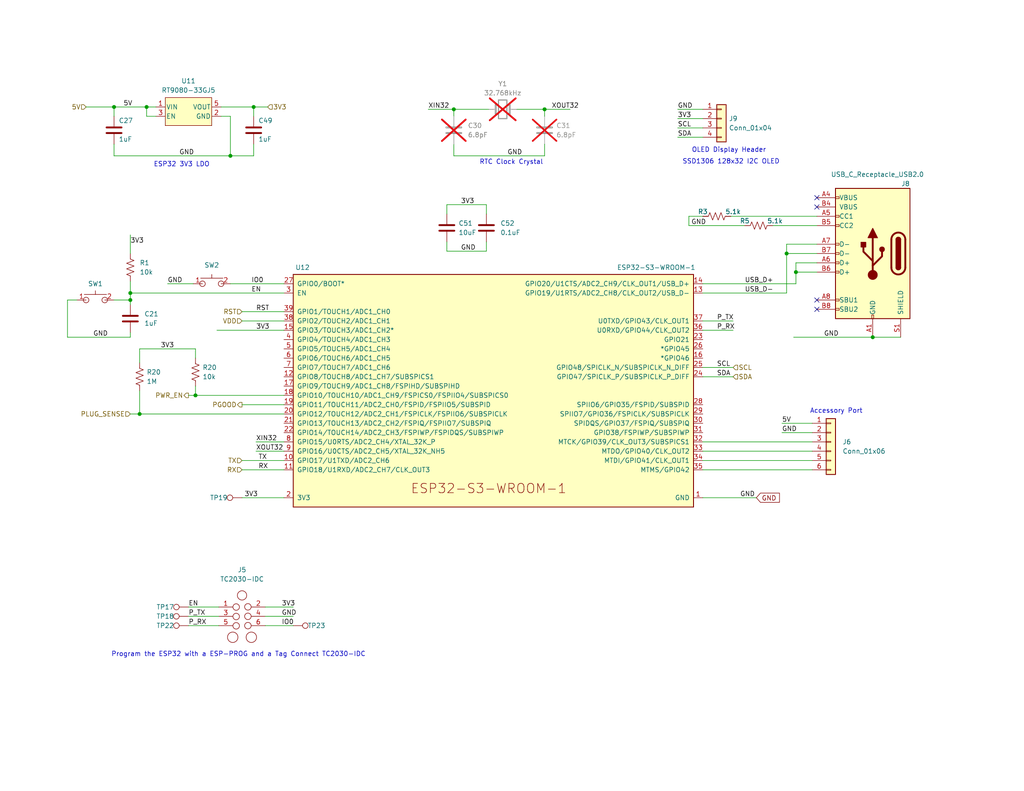
<source format=kicad_sch>
(kicad_sch (version 20231120) (generator "eeschema") (generator_version "8.0")
  (paper "A")
  (title_block (title "Bitaxe Ultra") (date "2023-12-15") (rev "205"))
  (lib_symbols
    (symbol "Connector:TestPoint" (pin_numbers hide) (pin_names (offset 0.762) hide)
      (property "Reference" "TP" (at 0 6.858 0))
      (property "Value" "TestPoint" (at 0 5.08 0))
      (symbol "TestPoint_0_1"
        (circle (center 0 3.302) (radius 0.762))
      )
      (symbol "TestPoint_1_1"
        (pin passive line (at 0 0 90) (length 2.54) (name "1") (number "1"))
      )
    )
    (symbol "Connector_Generic:Conn_01x04" (pin_names (offset 1.016) hide)
      (property "Reference" "J" (at 0 5.08 0))
      (property "Value" "Conn_01x04" (at 0 -7.62 0))
      (symbol "Conn_01x04_1_1"
        (rectangle (start -1.27 -4.953) (end 0 -5.207) (stroke (width 0.1524)))
        (rectangle (start -1.27 -2.413) (end 0 -2.667) (stroke (width 0.1524)))
        (rectangle (start -1.27 0.127) (end 0 -0.127) (stroke (width 0.1524)))
        (rectangle (start -1.27 2.667) (end 0 2.413) (stroke (width 0.1524)))
        (rectangle (start -1.27 3.81) (end 1.27 -6.35) (stroke (width 0.254)) (fill (type background)))
        (pin passive line (at -5.08 2.54 0) (length 3.81) (name "Pin_1") (number "1"))
        (pin passive line (at -5.08 0 0) (length 3.81) (name "Pin_2") (number "2"))
        (pin passive line (at -5.08 -2.54 0) (length 3.81) (name "Pin_3") (number "3"))
        (pin passive line (at -5.08 -5.08 0) (length 3.81) (name "Pin_4") (number "4"))
      )
    )
    (symbol "Connector_Generic:Conn_01x06" (pin_names (offset 1.016) hide)
      (property "Reference" "J" (at 0 7.62 0))
      (property "Value" "Conn_01x06" (at 0 -10.16 0))
      (symbol "Conn_01x06_1_1"
        (rectangle (start -1.27 -7.493) (end 0 -7.747) (stroke (width 0.1524)))
        (rectangle (start -1.27 -4.953) (end 0 -5.207) (stroke (width 0.1524)))
        (rectangle (start -1.27 -2.413) (end 0 -2.667) (stroke (width 0.1524)))
        (rectangle (start -1.27 0.127) (end 0 -0.127) (stroke (width 0.1524)))
        (rectangle (start -1.27 2.667) (end 0 2.413) (stroke (width 0.1524)))
        (rectangle (start -1.27 5.207) (end 0 4.953) (stroke (width 0.1524)))
        (rectangle (start -1.27 6.35) (end 1.27 -8.89) (stroke (width 0.254)) (fill (type background)))
        (pin passive line (at -5.08 5.08 0) (length 3.81) (name "Pin_1") (number "1"))
        (pin passive line (at -5.08 2.54 0) (length 3.81) (name "Pin_2") (number "2"))
        (pin passive line (at -5.08 0 0) (length 3.81) (name "Pin_3") (number "3"))
        (pin passive line (at -5.08 -2.54 0) (length 3.81) (name "Pin_4") (number "4"))
        (pin passive line (at -5.08 -5.08 0) (length 3.81) (name "Pin_5") (number "5"))
        (pin passive line (at -5.08 -7.62 0) (length 3.81) (name "Pin_6") (number "6"))
      )
    )
    (symbol "Device:C" (pin_numbers hide) (pin_names (offset 0.254))
      (property "Reference" "C" (at 0.635 2.54 0))
      (property "Value" "C" (at 0.635 -2.54 0))
      (symbol "C_0_1"
        (polyline (pts (xy -2.032 -0.762) (xy 2.032 -0.762)) (stroke (width 0.508)))
        (polyline (pts (xy -2.032 0.762) (xy 2.032 0.762)) (stroke (width 0.508)))
      )
      (symbol "C_1_1"
        (pin passive line (at 0 3.81 270) (length 2.794) (name "~") (number "1"))
        (pin passive line (at 0 -3.81 90) (length 2.794) (name "~") (number "2"))
      )
    )
    (symbol "Device:Crystal" (pin_numbers hide) (pin_names (offset 1.016) hide)
      (property "Reference" "Y" (at 0 3.81 0))
      (property "Value" "Crystal" (at 0 -3.81 0))
      (symbol "Crystal_0_1"
        (rectangle (start -1.143 2.54) (end 1.143 -2.54) (stroke (width 0.3048)))
        (polyline (pts (xy -2.54 0) (xy -1.905 0)))
        (polyline (pts (xy -1.905 -1.27) (xy -1.905 1.27)) (stroke (width 0.508)))
        (polyline (pts (xy 1.905 -1.27) (xy 1.905 1.27)) (stroke (width 0.508)))
        (polyline (pts (xy 2.54 0) (xy 1.905 0)))
      )
      (symbol "Crystal_1_1"
        (pin passive line (at -3.81 0 0) (length 1.27) (name "1") (number "1"))
        (pin passive line (at 3.81 0 180) (length 1.27) (name "2") (number "2"))
      )
    )
    (symbol "Device:R_US" (pin_numbers hide) (pin_names (offset 0))
      (property "Reference" "R" (at 2.54 0 90))
      (property "Value" "R_US" (at -2.54 0 90))
      (symbol "R_US_0_1"
        (polyline (pts (xy 0 -2.286) (xy 0 -2.54)))
        (polyline (pts (xy 0 2.286) (xy 0 2.54)))
        (polyline (pts (xy 0 -0.762) (xy 1.016 -1.143) (xy 0 -1.524) (xy -1.016 -1.905) (xy 0 -2.286)))
        (polyline (pts (xy 0 0.762) (xy 1.016 0.381) (xy 0 0) (xy -1.016 -0.381) (xy 0 -0.762)))
        (polyline (pts (xy 0 2.286) (xy 1.016 1.905) (xy 0 1.524) (xy -1.016 1.143) (xy 0 0.762)))
      )
      (symbol "R_US_1_1"
        (pin passive line (at 0 3.81 270) (length 1.27) (name "~") (number "1"))
        (pin passive line (at 0 -3.81 90) (length 1.27) (name "~") (number "2"))
      )
    )
    (symbol "bitaxe:ESP32-S3-WROOM-1" (pin_names (offset 1.016))
      (property "Reference" "U12" (at -50.8 34.925 0))
      (property "Value" "ESP32-S3-WROOM-1" (at 45.72 34.925 0))
      (symbol "ESP32-S3-WROOM-1_0_0"
        (rectangle (start -53.34 33.02) (end 55.88 -30.48) (stroke (width 0.254)) (fill (type background)))
        (text "ESP32-S3-WROOM-1" (at 0 -25.4 0) (effects (font (size 2.54 2.54))))
        (pin power_in line (at 58.42 -27.94 180) (length 2.54) (name "GND") (number "1"))
        (pin bidirectional line (at -55.88 -17.78 0) (length 2.54) (name "GPIO17/U1TXD/ADC2_CH6") (number "10"))
        (pin bidirectional line (at -55.88 -20.32 0) (length 2.54) (name "GPIO18/U1RXD/ADC2_CH7/CLK_OUT3") (number "11"))
        (pin bidirectional line (at -55.88 5.08 0) (length 2.54) (name "GPIO8/TOUCH8/ADC1_CH7/SUBSPICS1") (number "12"))
        (pin bidirectional line (at 58.42 27.94 180) (length 2.54) (name "GPIO19/U1RTS/ADC2_CH8/CLK_OUT2/USB_D-") (number "13"))
        (pin bidirectional line (at 58.42 30.48 180) (length 2.54) (name "GPIO20/U1CTS/ADC2_CH9/CLK_OUT1/USB_D+") (number "14"))
        (pin bidirectional line (at -55.88 17.78 0) (length 2.54) (name "GPIO3/TOUCH3/ADC1_CH2*") (number "15"))
        (pin bidirectional line (at 58.42 10.16 180) (length 2.54) (name "*GPIO46") (number "16"))
        (pin bidirectional line (at -55.88 2.54 0) (length 2.54) (name "GPIO9/TOUCH9/ADC1_CH8/FSPIHD/SUBSPIHD") (number "17"))
        (pin bidirectional line (at -55.88 0 0) (length 2.54) (name "GPIO10/TOUCH10/ADC1_CH9/FSPICS0/FSPIIO4/SUBSPICS0") (number "18"))
        (pin bidirectional line (at -55.88 -2.54 0) (length 2.54) (name "GPIO11/TOUCH11/ADC2_CH0/FSPID/FSPIIO5/SUBSPID") (number "19"))
        (pin power_in line (at -55.88 -27.94 0) (length 2.54) (name "3V3") (number "2"))
        (pin bidirectional line (at -55.88 -5.08 0) (length 2.54) (name "GPIO12/TOUCH12/ADC2_CH1/FSPICLK/FSPIIO6/SUBSPICLK") (number "20"))
        (pin bidirectional line (at -55.88 -7.62 0) (length 2.54) (name "GPIO13/TOUCH13/ADC2_CH2/FSPIQ/FSPIIO7/SUBSPIQ") (number "21"))
        (pin bidirectional line (at -55.88 -10.16 0) (length 2.54) (name "GPIO14/TOUCH14/ADC2_CH3/FSPIWP/FSPIDQS/SUBSPIWP") (number "22"))
        (pin bidirectional line (at 58.42 15.24 180) (length 2.54) (name "GPIO21") (number "23"))
        (pin bidirectional line (at 58.42 5.08 180) (length 2.54) (name "GPIO47/SPICLK_P/SUBSPICLK_P_DIFF") (number "24"))
        (pin bidirectional line (at 58.42 7.62 180) (length 2.54) (name "GPIO48/SPICLK_N/SUBSPICLK_N_DIFF") (number "25"))
        (pin bidirectional line (at 58.42 12.7 180) (length 2.54) (name "*GPIO45") (number "26"))
        (pin bidirectional line (at -55.88 30.48 0) (length 2.54) (name "GPIO0/BOOT*") (number "27"))
        (pin bidirectional line (at 58.42 -2.54 180) (length 2.54) (name "SPIIO6/GPIO35/FSPID/SUBSPID") (number "28"))
        (pin bidirectional line (at 58.42 -5.08 180) (length 2.54) (name "SPIIO7/GPIO36/FSPICLK/SUBSPICLK") (number "29"))
        (pin input line (at -55.88 27.94 0) (length 2.54) (name "EN") (number "3"))
        (pin bidirectional line (at 58.42 -7.62 180) (length 2.54) (name "SPIDQS/GPIO37/FSPIQ/SUBSPIQ") (number "30"))
        (pin bidirectional line (at 58.42 -10.16 180) (length 2.54) (name "GPIO38/FSPIWP/SUBSPIWP") (number "31"))
        (pin bidirectional line (at 58.42 -12.7 180) (length 2.54) (name "MTCK/GPIO39/CLK_OUT3/SUBSPICS1") (number "32"))
        (pin bidirectional line (at 58.42 -15.24 180) (length 2.54) (name "MTDO/GPIO40/CLK_OUT2") (number "33"))
        (pin bidirectional line (at 58.42 -17.78 180) (length 2.54) (name "MTDI/GPIO41/CLK_OUT1") (number "34"))
        (pin bidirectional line (at 58.42 -20.32 180) (length 2.54) (name "MTMS/GPIO42") (number "35"))
        (pin bidirectional line (at 58.42 17.78 180) (length 2.54) (name "U0RXD/GPIO44/CLK_OUT2") (number "36"))
        (pin bidirectional line (at 58.42 20.32 180) (length 2.54) (name "U0TXD/GPIO43/CLK_OUT1") (number "37"))
        (pin bidirectional line (at -55.88 20.32 0) (length 2.54) (name "GPIO2/TOUCH2/ADC1_CH1") (number "38"))
        (pin bidirectional line (at -55.88 22.86 0) (length 2.54) (name "GPIO1/TOUCH1/ADC1_CH0") (number "39"))
        (pin bidirectional line (at -55.88 15.24 0) (length 2.54) (name "GPIO4/TOUCH4/ADC1_CH3") (number "4"))
        (pin passive line (at 58.42 -27.94 180) (length 2.54) hide (name "GND") (number "40"))
        (pin passive line (at 58.42 -27.94 180) (length 2.54) hide (name "GND") (number "41"))
        (pin bidirectional line (at -55.88 12.7 0) (length 2.54) (name "GPIO5/TOUCH5/ADC1_CH4") (number "5"))
        (pin bidirectional line (at -55.88 10.16 0) (length 2.54) (name "GPIO6/TOUCH6/ADC1_CH5") (number "6"))
        (pin bidirectional line (at -55.88 7.62 0) (length 2.54) (name "GPIO7/TOUCH7/ADC1_CH6") (number "7"))
        (pin bidirectional line (at -55.88 -12.7 0) (length 2.54) (name "GPIO15/U0RTS/ADC2_CH4/XTAL_32K_P") (number "8"))
        (pin bidirectional line (at -55.88 -15.24 0) (length 2.54) (name "GPIO16/U0CTS/ADC2_CH5/XTAL_32K_NH5") (number "9"))
      )
    )
    (symbol "bitaxe:GT-TC029B-H025-L1N"
      (property "Reference" "SW2" (at 0 3.81 0))
      (symbol "GT-TC029B-H025-L1N_0_1"
        (circle (center -2.54 0) (radius 0.76))
        (polyline (pts (xy -3.05 1.52) (xy 3.05 1.52)))
        (polyline (pts (xy 0 1.52) (xy 0 2.54)))
        (circle (center 2.54 0) (radius 0.76))
        (pin unspecified line (at -5.08 0 0) (length 2.54) (name "~") (number "1"))
        (pin unspecified line (at 5.08 0 180) (length 2.54) (name "~") (number "2"))
      )
    )
    (symbol "bitaxe:RT9080-33GJ5" (pin_names (offset 0.254))
      (property "Reference" "U" (at -6.35 5.08 0))
      (property "Value" "RT9080-33GJ5" (at 0 -5.08 0))
      (symbol "RT9080-33GJ5_1_1"
        (rectangle (start -6.35 3.81) (end 6.35 -3.81) (stroke (width 0.1524)) (fill (type background)))
        (pin power_in line (at -8.89 1.27 0) (length 2.54) (name "VIN") (number "1"))
        (pin power_in line (at 8.89 -1.27 180) (length 2.54) (name "GND") (number "2"))
        (pin input line (at -8.89 -1.27 0) (length 2.54) (name "EN") (number "3"))
        (pin no_connect line (at 0 6.35 270) (length 2.54) hide (name "NC") (number "4"))
        (pin output line (at 8.89 1.27 180) (length 2.54) (name "VOUT") (number "5"))
      )
    )
    (symbol "bitaxe:TC2030-IDC-NL" (pin_names (offset 1.016) hide)
      (property "Reference" "J5" (at 0 12.7 0))
      (property "Value" "TC2030-IDC" (at 0 10.16 0))
      (symbol "TC2030-IDC-NL_0_1"
        (circle (center -2.54 -5.715) (radius 1.4224))
        (circle (center -1.6002 2.54) (radius 0.889))
        (circle (center 0 5.715) (radius 1.27))
      )
      (symbol "TC2030-IDC-NL_1_1"
        (circle (center -1.6002 -2.5908) (radius 0.889))
        (circle (center -1.6002 -0.0508) (radius 0.889))
        (circle (center 1.6002 -2.54) (radius 0.889))
        (circle (center 1.6002 0) (radius 0.889))
        (circle (center 1.6002 2.5908) (radius 0.889))
        (circle (center 2.54 -5.715) (radius 1.4224))
        (pin passive line (at -6.35 2.54 0) (length 3.81) (name "Pin_1") (number "1"))
        (pin passive line (at 6.35 2.54 180) (length 3.81) (name "Pin_2") (number "2"))
        (pin passive line (at -6.35 0 0) (length 3.81) (name "Pin_3") (number "3"))
        (pin passive line (at 6.35 0 180) (length 3.81) (name "Pin_4") (number "4"))
        (pin passive line (at -6.35 -2.54 0) (length 3.81) (name "Pin_5") (number "5"))
        (pin passive line (at 6.35 -2.54 180) (length 3.81) (name "Pin_6") (number "6"))
      )
    )
    (symbol "bitaxe:USB_C_Receptacle_USB2.0" (pin_names (offset 1.016))
      (property "Reference" "J" (at -10.16 19.05 0))
      (property "Value" "USB_C_Receptacle_USB2.0" (at 19.05 19.05 0))
      (symbol "USB_C_Receptacle_USB2.0_0_0"
        (rectangle (start -0.254 -17.78) (end 0.254 -16.764))
        (rectangle (start 10.16 -14.986) (end 9.144 -15.494))
        (rectangle (start 10.16 -12.446) (end 9.144 -12.954))
        (rectangle (start 10.16 -4.826) (end 9.144 -5.334))
        (rectangle (start 10.16 -2.286) (end 9.144 -2.794))
        (rectangle (start 10.16 0.254) (end 9.144 -0.254))
        (rectangle (start 10.16 2.794) (end 9.144 2.286))
        (rectangle (start 10.16 7.874) (end 9.144 7.366))
        (rectangle (start 10.16 10.414) (end 9.144 9.906))
        (rectangle (start 10.16 15.494) (end 9.144 14.986))
      )
      (symbol "USB_C_Receptacle_USB2.0_0_1"
        (rectangle (start -10.16 17.78) (end 10.16 -17.78) (stroke (width 0.254)) (fill (type background)))
        (arc (start -8.89 -3.81) (mid -6.985 -5.7067) (end -5.08 -3.81) (stroke (width 0.508)))
        (arc (start -7.62 -3.81) (mid -6.985 -4.4423) (end -6.35 -3.81) (stroke (width 0.254)))
        (arc (start -7.62 -3.81) (mid -6.985 -4.4423) (end -6.35 -3.81) (stroke (width 0.254)) (fill (type outline)))
        (rectangle (start -7.62 -3.81) (end -6.35 3.81) (stroke (width 0.254)) (fill (type outline)))
        (arc (start -6.35 3.81) (mid -6.985 4.4423) (end -7.62 3.81) (stroke (width 0.254)))
        (arc (start -6.35 3.81) (mid -6.985 4.4423) (end -7.62 3.81) (stroke (width 0.254)) (fill (type outline)))
        (arc (start -5.08 3.81) (mid -6.985 5.7067) (end -8.89 3.81) (stroke (width 0.508)))
        (circle (center -2.54 1.143) (radius 0.635) (stroke (width 0.254)) (fill (type outline)))
        (circle (center 0 -5.842) (radius 1.27) (fill (type outline)))
        (polyline (pts (xy -8.89 -3.81) (xy -8.89 3.81)) (stroke (width 0.508)))
        (polyline (pts (xy -5.08 3.81) (xy -5.08 -3.81)) (stroke (width 0.508)))
        (polyline (pts (xy 0 -5.842) (xy 0 4.318)) (stroke (width 0.508)))
        (polyline (pts (xy 0 -3.302) (xy -2.54 -0.762) (xy -2.54 0.508)) (stroke (width 0.508)))
        (polyline (pts (xy 0 -2.032) (xy 2.54 0.508) (xy 2.54 1.778)) (stroke (width 0.508)))
        (polyline (pts (xy -1.27 4.318) (xy 0 6.858) (xy 1.27 4.318) (xy -1.27 4.318)) (stroke (width 0.254)) (fill (type outline)))
        (rectangle (start 1.905 1.778) (end 3.175 3.048) (stroke (width 0.254)) (fill (type outline)))
      )
      (symbol "USB_C_Receptacle_USB2.0_1_1"
        (pin passive line (at 0 -22.86 90) (length 5.08) (name "GND") (number "A1"))
        (pin passive line (at 15.24 15.24 180) (length 5.08) (name "VBUS") (number "A4"))
        (pin bidirectional line (at 15.24 10.16 180) (length 5.08) (name "CC1") (number "A5"))
        (pin bidirectional line (at 15.24 -2.54 180) (length 5.08) (name "D+") (number "A6"))
        (pin bidirectional line (at 15.24 2.54 180) (length 5.08) (name "D-") (number "A7"))
        (pin bidirectional line (at 15.24 -12.7 180) (length 5.08) (name "SBU1") (number "A8"))
        (pin passive line (at 0 -22.86 90) (length 5.08) hide (name "GND") (number "B1"))
        (pin passive line (at 15.24 12.7 180) (length 5.08) (name "VBUS") (number "B4"))
        (pin bidirectional line (at 15.24 7.62 180) (length 5.08) (name "CC2") (number "B5"))
        (pin bidirectional line (at 15.24 -5.08 180) (length 5.08) (name "D+") (number "B6"))
        (pin bidirectional line (at 15.24 0 180) (length 5.08) (name "D-") (number "B7"))
        (pin bidirectional line (at 15.24 -15.24 180) (length 5.08) (name "SBU2") (number "B8"))
        (pin passive line (at -7.62 -22.86 90) (length 5.08) (name "SHIELD") (number "S1"))
      )
    )
  )
  (junction (at 214.63 69.215))
  (junction (at 123.825 29.845))
  (junction (at 238.125 92.075))
  (junction (at 62.865 42.545))
  (junction (at 217.17 74.295))
  (junction (at 53.34 107.95))
  (junction (at 40.005 29.21))
  (junction (at 148.59 29.845))
  (junction (at 35.56 80.01))
  (junction (at 38.1 113.03))
  (junction (at 35.56 81.915))
  (junction (at 69.215 29.21))
  (junction (at 31.115 29.21))
  (no_connect (at 222.885 81.915))
  (no_connect (at 222.885 53.975))
  (no_connect (at 222.885 56.515))
  (no_connect (at 222.885 84.455))
  (wire (pts (xy 187.96 59.055) (xy 191.77 59.055)))
  (wire (pts (xy 35.56 113.03) (xy 38.1 113.03)))
  (wire (pts (xy 121.92 55.88) (xy 121.92 58.42)))
  (wire (pts (xy 191.77 128.27) (xy 221.615 128.27)))
  (wire (pts (xy 31.115 29.21) (xy 31.115 31.75)))
  (wire (pts (xy 216.535 92.075) (xy 238.125 92.075)))
  (wire (pts (xy 35.56 80.01) (xy 35.56 81.915)))
  (wire (pts (xy 213.36 115.57) (xy 221.615 115.57)))
  (wire (pts (xy 60.325 31.75) (xy 62.865 31.75)))
  (wire (pts (xy 140.97 29.845) (xy 148.59 29.845)))
  (wire (pts (xy 72.39 168.275) (xy 80.01 168.275)))
  (wire (pts (xy 69.215 39.37) (xy 69.215 42.545)))
  (wire (pts (xy 66.04 110.49) (xy 77.47 110.49)))
  (wire (pts (xy 132.715 68.58) (xy 121.92 68.58)))
  (wire (pts (xy 238.125 92.075) (xy 245.745 92.075)))
  (wire (pts (xy 62.865 31.75) (xy 62.865 42.545)))
  (wire (pts (xy 123.825 42.545) (xy 123.825 39.37)))
  (wire (pts (xy 35.56 76.835) (xy 35.56 80.01)))
  (wire (pts (xy 72.39 165.735) (xy 80.01 165.735)))
  (wire (pts (xy 69.215 29.21) (xy 69.215 31.75)))
  (wire (pts (xy 38.1 99.06) (xy 38.1 95.25)))
  (wire (pts (xy 77.47 125.73) (xy 66.04 125.73)))
  (wire (pts (xy 132.715 66.04) (xy 132.715 68.58)))
  (wire (pts (xy 40.005 29.21) (xy 42.545 29.21)))
  (wire (pts (xy 191.77 125.73) (xy 221.615 125.73)))
  (wire (pts (xy 18.415 81.915) (xy 18.415 92.075)))
  (wire (pts (xy 148.59 29.845) (xy 155.575 29.845)))
  (wire (pts (xy 69.85 120.65) (xy 77.47 120.65)))
  (wire (pts (xy 77.47 85.09) (xy 66.04 85.09)))
  (wire (pts (xy 45.72 77.47) (xy 52.705 77.47)))
  (wire (pts (xy 214.63 69.215) (xy 214.63 80.01)))
  (wire (pts (xy 116.84 29.845) (xy 123.825 29.845)))
  (wire (pts (xy 31.115 81.915) (xy 35.56 81.915)))
  (wire (pts (xy 123.825 42.545) (xy 148.59 42.545)))
  (wire (pts (xy 203.2 61.595) (xy 187.96 61.595)))
  (wire (pts (xy 123.825 29.845) (xy 123.825 31.75)))
  (wire (pts (xy 23.495 29.21) (xy 31.115 29.21)))
  (wire (pts (xy 18.415 92.075) (xy 35.56 92.075)))
  (wire (pts (xy 72.39 170.815) (xy 80.01 170.815)))
  (wire (pts (xy 217.17 74.295) (xy 222.885 74.295)))
  (wire (pts (xy 213.36 118.11) (xy 221.615 118.11)))
  (wire (pts (xy 199.39 59.055) (xy 222.885 59.055)))
  (wire (pts (xy 69.85 123.19) (xy 77.47 123.19)))
  (wire (pts (xy 184.912 29.845) (xy 191.77 29.845)))
  (wire (pts (xy 35.56 81.915) (xy 35.56 83.185)))
  (wire (pts (xy 191.77 90.17) (xy 200.025 90.17)))
  (wire (pts (xy 35.56 80.01) (xy 77.47 80.01)))
  (wire (pts (xy 222.885 66.675) (xy 214.63 66.675)))
  (wire (pts (xy 77.47 128.27) (xy 66.04 128.27)))
  (wire (pts (xy 214.63 69.215) (xy 222.885 69.215)))
  (wire (pts (xy 123.825 29.845) (xy 133.35 29.845)))
  (wire (pts (xy 51.435 170.815) (xy 59.69 170.815)))
  (wire (pts (xy 191.77 102.87) (xy 200.025 102.87)))
  (wire (pts (xy 69.215 29.21) (xy 73.025 29.21)))
  (wire (pts (xy 31.115 29.21) (xy 40.005 29.21)))
  (wire (pts (xy 38.1 113.03) (xy 77.47 113.03)))
  (wire (pts (xy 51.435 107.95) (xy 53.34 107.95)))
  (wire (pts (xy 184.912 34.925) (xy 191.77 34.925)))
  (wire (pts (xy 53.34 107.95) (xy 77.47 107.95)))
  (wire (pts (xy 191.77 135.89) (xy 206.375 135.89)))
  (wire (pts (xy 51.435 168.275) (xy 59.69 168.275)))
  (wire (pts (xy 31.115 42.545) (xy 31.115 39.37)))
  (wire (pts (xy 66.04 87.63) (xy 77.47 87.63)))
  (wire (pts (xy 35.56 90.805) (xy 35.56 92.075)))
  (wire (pts (xy 121.92 68.58) (xy 121.92 66.04)))
  (wire (pts (xy 59.182 90.17) (xy 77.47 90.17)))
  (wire (pts (xy 62.865 77.47) (xy 77.47 77.47)))
  (wire (pts (xy 187.96 61.595) (xy 187.96 59.055)))
  (wire (pts (xy 191.77 120.65) (xy 221.615 120.65)))
  (wire (pts (xy 42.545 31.75) (xy 40.005 31.75)))
  (wire (pts (xy 148.59 29.845) (xy 148.59 31.75)))
  (wire (pts (xy 51.435 165.735) (xy 59.69 165.735)))
  (wire (pts (xy 191.77 77.47) (xy 217.17 77.47)))
  (wire (pts (xy 191.77 100.33) (xy 200.025 100.33)))
  (wire (pts (xy 217.17 74.295) (xy 217.17 71.755)))
  (wire (pts (xy 20.955 81.915) (xy 18.415 81.915)))
  (wire (pts (xy 217.17 77.47) (xy 217.17 74.295)))
  (wire (pts (xy 191.77 87.63) (xy 200.025 87.63)))
  (wire (pts (xy 40.005 31.75) (xy 40.005 29.21)))
  (wire (pts (xy 191.77 123.19) (xy 221.615 123.19)))
  (wire (pts (xy 148.59 39.37) (xy 148.59 42.545)))
  (wire (pts (xy 132.715 55.88) (xy 121.92 55.88)))
  (wire (pts (xy 53.34 105.41) (xy 53.34 107.95)))
  (wire (pts (xy 210.82 61.595) (xy 222.885 61.595)))
  (wire (pts (xy 38.1 95.25) (xy 53.34 95.25)))
  (wire (pts (xy 217.17 71.755) (xy 222.885 71.755)))
  (wire (pts (xy 191.77 80.01) (xy 214.63 80.01)))
  (wire (pts (xy 53.34 97.79) (xy 53.34 95.25)))
  (wire (pts (xy 66.04 135.89) (xy 77.47 135.89)))
  (wire (pts (xy 184.912 37.465) (xy 191.77 37.465)))
  (wire (pts (xy 132.715 58.42) (xy 132.715 55.88)))
  (wire (pts (xy 184.912 32.385) (xy 191.77 32.385)))
  (wire (pts (xy 69.215 42.545) (xy 62.865 42.545)))
  (wire (pts (xy 35.56 64.135) (xy 35.56 69.215)))
  (wire (pts (xy 60.325 29.21) (xy 69.215 29.21)))
  (wire (pts (xy 214.63 66.675) (xy 214.63 69.215)))
  (wire (pts (xy 62.865 42.545) (xy 31.115 42.545)))
  (wire (pts (xy 38.1 106.68) (xy 38.1 113.03)))
  (text "Accessory Port" (at 220.98 113.03 0) (effects (font (size 1.27 1.27)) (justify left bottom)))
  (text "RTC Clock Crystal" (at 130.81 45.085 0) (effects (font (size 1.27 1.27)) (justify left bottom)))
  (text "ESP32 3V3 LDO" (at 41.91 45.72 0) (effects (font (size 1.27 1.27)) (justify left bottom)))
  (text "Program the ESP32 with a ESP-PROG and a Tag Connect TC2030-IDC" (at 30.353 179.451 0) (effects (font (size 1.27 1.27)) (justify left bottom)))
  (text "SSD1306 128x32 I2C OLED" (at 186.182 44.958 0) (effects (font (size 1.27 1.27)) (justify left bottom)))
  (text "OLED Display Header" (at 188.722 41.783 0) (effects (font (size 1.27 1.27)) (justify left bottom)))
  (label "P_RX" (at 51.435 170.815 0))
  (label "RST" (at 69.85 85.09 0))
  (label "P_TX" (at 51.435 168.275 0))
  (label "3V3" (at 43.815 95.25 0))
  (label "EN" (at 51.435 165.735 0))
  (label "GND" (at 184.912 29.845 0))
  (label "5V" (at 213.36 115.57 0))
  (label "GND" (at 224.79 92.075 0))
  (label "XOUT32" (at 150.495 29.845 0))
  (label "EN" (at 68.58 80.01 0))
  (label "P_RX" (at 195.58 90.17 0))
  (label "IO0" (at 68.58 77.47 0))
  (label "GND" (at 125.73 68.58 0))
  (label "3V3" (at 66.675 135.89 0))
  (label "USB_D-" (at 203.2 80.01 0))
  (label "SDA" (at 195.58 102.87 0))
  (label "GND" (at 188.595 61.595 0))
  (label "XIN32" (at 69.85 120.65 0))
  (label "TX" (at 70.485 125.73 0))
  (label "GND" (at 138.43 42.545 0))
  (label "3V3" (at 76.835 165.735 0))
  (label "3V3" (at 69.85 90.17 0))
  (label "IO0" (at 76.835 170.815 0))
  (label "SCL" (at 195.58 100.33 0))
  (label "XOUT32" (at 69.85 123.19 0))
  (label "SCL" (at 184.912 34.925 0))
  (label "GND" (at 213.36 118.11 0))
  (label "XIN32" (at 116.84 29.845 0))
  (label "GND" (at 201.93 135.89 0))
  (label "GND" (at 45.72 77.47 0))
  (label "SDA" (at 184.912 37.465 0))
  (label "3V3" (at 125.73 55.88 0))
  (label "P_TX" (at 195.58 87.63 0))
  (label "3V3" (at 184.912 32.385 0))
  (label "GND" (at 25.4 92.075 0))
  (label "5V" (at 33.655 29.21 0))
  (label "USB_D+" (at 203.2 77.47 0))
  (label "GND" (at 76.835 168.275 0))
  (label "GND" (at 48.895 42.545 0))
  (label "3V3" (at 35.56 66.675 0))
  (label "RX" (at 70.485 128.27 0))
  (global_label "GND" (shape input) (at 206.375 135.89 0) (property "Intersheetrefs" "${INTERSHEET_REFS}" (effects (hide yes))))
  (hierarchical_label "TX" (shape input) (at 66.04 125.73 180))
  (hierarchical_label "RX" (shape input) (at 66.04 128.27 180))
  (hierarchical_label "3V3" (shape input) (at 73.025 29.21 0))
  (hierarchical_label "PLUG_SENSE" (shape input) (at 35.56 113.03 180))
  (hierarchical_label "SCL" (shape input) (at 200.025 100.33 0))
  (hierarchical_label "RST" (shape input) (at 66.04 85.09 180))
  (hierarchical_label "SDA" (shape input) (at 200.025 102.87 0))
  (hierarchical_label "PGOOD" (shape output) (at 66.04 110.49 180))
  (hierarchical_label "PWR_EN" (shape output) (at 51.435 107.95 180))
  (hierarchical_label "5V" (shape input) (at 23.495 29.21 180))
  (hierarchical_label "VDD" (shape input) (at 66.04 87.63 180))
  (symbol (lib_id "Device:C") (at 35.56 86.995 0) (unit 1)
    (property "Reference" "C21" (at 39.37 85.7249 0) (effects (justify left)))
    (property "Value" "1uF" (at 39.37 88.2649 0) (effects (justify left)))
    (property "Footprint" "Capacitor_SMD:C_0402_1005Metric" (effects (hide yes)))
    (property "DK" "587-5514-1-ND" (effects (hide yes)))
    (property "PARTNO" "EMK105BJ105MV-F" (effects (hide yes)))
  )
  (symbol (lib_id "Device:C") (at 123.825 35.56 0) (unit 1) (in_bom no) (dnp yes)
    (property "Reference" "C30" (at 127.635 34.2899 0) (effects (justify left)))
    (property "Value" "6.8pF" (at 127.635 36.8299 0) (effects (justify left)))
    (property "Footprint" "Capacitor_SMD:C_0402_1005Metric" (effects (hide yes)))
    (property "DK" "399-C0402C689C5GAC7867CT-ND" (effects (hide yes)))
    (property "PARTNO" "C0402C689C5GAC7867" (effects (hide yes)))
  )
  (symbol (lib_id "Connector_Generic:Conn_01x06") (at 226.695 120.65 0) (unit 1) (in_bom no)
    (property "Reference" "J6" (at 229.87 120.65 0) (effects (justify left)))
    (property "Value" "Conn_01x06" (at 229.87 123.19 0) (effects (justify left)))
    (property "Footprint" "Connector_PinHeader_2.54mm:PinHeader_1x06_P2.54mm_Vertical" (effects (hide yes)))
  )
  (symbol (lib_id "Device:R_US") (at 207.01 61.595 90) (unit 1)
    (property "Reference" "R5" (at 203.2 60.325 90))
    (property "Value" "5.1k" (at 211.455 60.325 90))
    (property "Footprint" "Resistor_SMD:R_0402_1005Metric" (effects (hide yes)))
    (property "DK" "RMCF0402JT5K10CT-ND" (effects (hide yes)))
    (property "PARTNO" "RMCF0402JT5K10" (effects (hide yes)))
  )
  (symbol (lib_id "Device:C") (at 132.715 62.23 0) (unit 1)
    (property "Reference" "C52" (at 136.525 60.9599 0) (effects (justify left)))
    (property "Value" "0.1uF" (at 136.525 63.4999 0) (effects (justify left)))
    (property "Footprint" "Capacitor_SMD:C_0402_1005Metric" (effects (hide yes)))
    (property "DK" "1292-1639-1-ND" (effects (hide yes)))
    (property "PARTNO" "0402X104K100CT" (effects (hide yes)))
  )
  (symbol (lib_id "Device:R_US") (at 38.1 102.87 0) (unit 1)
    (property "Reference" "R20" (at 40.005 101.6 0) (effects (justify left)))
    (property "Value" "1M" (at 40.005 104.14 0) (effects (justify left)))
    (property "Footprint" "Resistor_SMD:R_0402_1005Metric" (effects (hide yes)))
    (property "DK" "311-1.00MLRCT-ND" (effects (hide yes)))
    (property "PARTNO" "RC0402FR-071ML" (effects (hide yes)))
  )
  (symbol (lib_id "Connector_Generic:Conn_01x04") (at 196.85 32.385 0) (unit 1)
    (property "Reference" "J9" (at 198.882 32.3849 0) (effects (justify left)))
    (property "Value" "Conn_01x04" (at 198.882 34.9249 0) (effects (justify left)))
    (property "Footprint" "bitaxe:PinHeader_1x04_P2.54mm_Vertical_shifted" (effects (hide yes)))
    (property "DK" "S5596-ND" (effects (hide yes)))
    (property "PARTNO" "NPTC041KFXC-RC" (effects (hide yes)))
  )
  (symbol (lib_id "bitaxe:GT-TC029B-H025-L1N") (at 57.785 77.47 0) (unit 1)
    (property "Reference" "SW2" (at 57.785 72.39 0))
    (property "Value" "GT-TC029B-H025-L1N" (effects (hide yes)))
    (property "Footprint" "bitaxe:SW_CS1213AGF260_CRS" (effects (hide yes)))
    (property "Datasheet" "https://www.citrelay.com/Catalog%20Pages/SwitchCatalog/CS1213.pdf" (effects (hide yes)))
    (property "DK" "2449-CS1213AGF260CT-ND" (effects (hide yes)))
    (property "PARTNO" "CS1213AGF260" (effects (hide yes)))
  )
  (symbol (lib_id "Device:C") (at 148.59 35.56 0) (unit 1) (in_bom no) (dnp yes)
    (property "Reference" "C31" (at 151.765 34.2899 0) (effects (justify left)))
    (property "Value" "6.8pF" (at 151.765 36.8299 0) (effects (justify left)))
    (property "Footprint" "Capacitor_SMD:C_0402_1005Metric" (effects (hide yes)))
    (property "DK" "399-C0402C689C5GAC7867CT-ND" (effects (hide yes)))
    (property "PARTNO" "C0402C689C5GAC7867" (effects (hide yes)))
  )
  (symbol (lib_id "bitaxe:RT9080-33GJ5") (at 51.435 30.48 0) (unit 1)
    (property "Reference" "U11" (at 51.435 22.098 0))
    (property "Value" "RT9080-33GJ5" (at 51.435 24.638 0))
    (property "Footprint" "bitaxe:RT9080-33GJ5" (effects (hide yes)))
    (property "Datasheet" "https://www.richtek.com/assets/product_file/RT9080/DS9080-05.pdf" (effects (hide yes)))
    (property "DK" "1028-1509-1-ND" (effects (hide yes)))
    (property "PARTNO" "RT9080-33GJ5" (effects (hide yes)))
  )
  (symbol (lib_id "Connector:TestPoint") (at 51.435 168.275 90) (mirror x) (unit 1) (in_bom no)
    (property "Reference" "TP18" (at 45.085 168.275 90))
    (property "Value" "TestPoint" (effects (hide yes)))
    (property "Footprint" "TestPoint:TestPoint_Pad_D1.5mm" (effects (hide yes)))
  )
  (symbol (lib_id "Connector:TestPoint") (at 80.01 170.815 270) (mirror x) (unit 1) (in_bom no)
    (property "Reference" "TP23" (at 86.36 170.815 90))
    (property "Value" "TestPoint" (effects (hide yes)))
    (property "Footprint" "TestPoint:TestPoint_Pad_D1.5mm" (effects (hide yes)))
  )
  (symbol (lib_id "Device:R_US") (at 195.58 59.055 90) (unit 1)
    (property "Reference" "R3" (at 191.77 57.785 90))
    (property "Value" "5.1k" (at 200.025 57.785 90))
    (property "Footprint" "Resistor_SMD:R_0402_1005Metric" (effects (hide yes)))
    (property "DK" "RMCF0402JT5K10CT-ND" (effects (hide yes)))
    (property "PARTNO" "RMCF0402JT5K10" (effects (hide yes)))
  )
  (symbol (lib_id "Device:R_US") (at 35.56 73.025 0) (unit 1)
    (property "Reference" "R1" (at 38.1 71.7549 0) (effects (justify left)))
    (property "Value" "10k" (at 38.1 74.2949 0) (effects (justify left)))
    (property "Footprint" "Resistor_SMD:R_0402_1005Metric" (effects (hide yes)))
    (property "DK" "311-10KJRCT-ND" (effects (hide yes)))
    (property "PARTNO" "RC0402JR-0710KL" (effects (hide yes)))
  )
  (symbol (lib_id "bitaxe:TC2030-IDC-NL") (at 66.04 168.275 0) (unit 1) (in_bom no)
    (property "Reference" "J5" (at 66.04 155.575 0))
    (property "Value" "TC2030-IDC" (at 66.04 158.115 0))
    (property "Footprint" "bitaxe:Tag-Connect_TC2030-IDC-NL_2x03_P1.27mm_Vertical" (effects (hide yes)))
  )
  (symbol (lib_id "Device:C") (at 69.215 35.56 0) (unit 1)
    (property "Reference" "C49" (at 70.485 33.655 0) (effects (justify left bottom)))
    (property "Value" "1uF" (at 70.485 38.735 0) (effects (justify left bottom)))
    (property "Footprint" "Capacitor_SMD:C_0402_1005Metric" (effects (hide yes)))
    (property "DK" "587-5514-1-ND" (effects (hide yes)))
    (property "PARTNO" "EMK105BJ105MV-F" (effects (hide yes)))
  )
  (symbol (lib_id "Device:C") (at 121.92 62.23 0) (unit 1)
    (property "Reference" "C51" (at 125.095 60.9599 0) (effects (justify left)))
    (property "Value" "10uF" (at 125.095 63.4999 0) (effects (justify left)))
    (property "Footprint" "Capacitor_SMD:C_0805_2012Metric" (effects (hide yes)))
    (property "DK" "1276-1096-1-ND" (effects (hide yes)))
    (property "PARTNO" "CL21A106KOQNNNE" (effects (hide yes)))
  )
  (symbol (lib_id "Device:Crystal") (at 137.16 29.845 0) (unit 1) (in_bom no) (dnp yes)
    (property "Reference" "Y1" (at 137.16 22.86 0))
    (property "Value" "32.768kHz" (at 137.16 25.4 0))
    (property "Footprint" "bitaxe:SC32S-7PF20PPM" (effects (hide yes)))
    (property "Datasheet" "https://www.sii.co.jp/en/quartz/files/2013/03/SC-32S_Leaflet_e20151217.pdf" (effects (hide yes)))
    (property "DK" "728-1074-1-ND" (effects (hide yes)))
    (property "PARTNO" "SC32S-7PF20PPM" (effects (hide yes)))
  )
  (symbol (lib_id "Device:R_US") (at 53.34 101.6 0) (unit 1)
    (property "Reference" "R20" (at 55.245 100.33 0) (effects (justify left)))
    (property "Value" "10k" (at 55.245 102.87 0) (effects (justify left)))
    (property "Footprint" "Resistor_SMD:R_0402_1005Metric" (effects (hide yes)))
    (property "DK" "311-10KJRCT-ND" (effects (hide yes)))
    (property "PARTNO" "RC0402JR-0710KL" (effects (hide yes)))
  )
  (symbol (lib_id "bitaxe:USB_C_Receptacle_USB2.0") (at 238.125 69.215 0) (mirror y) (unit 1)
    (property "Reference" "J8" (at 248.285 50.165 0) (effects (justify left)))
    (property "Value" "USB_C_Receptacle_USB2.0" (at 226.695 47.625 0) (effects (justify right)))
    (property "Footprint" "Connector_USB:USB_C_Receptacle_GCT_USB4105-xx-A_16P_TopMnt_Horizontal" (effects (hide yes)))
    (property "Datasheet" "https://www.usb.org/sites/default/files/documents/usb_type-c.zip" (effects (hide yes)))
    (property "DK" "2073-USB4105-GF-ACT-ND" (effects (hide yes)))
    (property "PARTNO" "USB4105-GF-A" (effects (hide yes)))
  )
  (symbol (lib_id "Connector:TestPoint") (at 66.04 135.89 90) (mirror x) (unit 1) (in_bom no)
    (property "Reference" "TP19" (at 59.69 135.89 90))
    (property "Value" "TestPoint" (effects (hide yes)))
    (property "Footprint" "TestPoint:TestPoint_Pad_D1.5mm" (effects (hide yes)))
  )
  (symbol (lib_id "Connector:TestPoint") (at 51.435 165.735 90) (mirror x) (unit 1) (in_bom no)
    (property "Reference" "TP17" (at 45.085 165.735 90))
    (property "Value" "TestPoint" (effects (hide yes)))
    (property "Footprint" "TestPoint:TestPoint_Pad_D1.5mm" (effects (hide yes)))
  )
  (symbol (lib_id "Connector:TestPoint") (at 51.435 170.815 90) (mirror x) (unit 1) (in_bom no)
    (property "Reference" "TP22" (at 45.085 170.815 90))
    (property "Value" "TestPoint" (effects (hide yes)))
    (property "Footprint" "TestPoint:TestPoint_Pad_D1.5mm" (effects (hide yes)))
  )
  (symbol (lib_id "Device:C") (at 31.115 35.56 0) (unit 1)
    (property "Reference" "C27" (at 32.385 33.655 0) (effects (justify left bottom)))
    (property "Value" "1uF" (at 32.385 38.735 0) (effects (justify left bottom)))
    (property "Footprint" "Capacitor_SMD:C_0402_1005Metric" (effects (hide yes)))
    (property "DK" "587-5514-1-ND" (effects (hide yes)))
    (property "PARTNO" "EMK105BJ105MV-F" (effects (hide yes)))
  )
  (symbol (lib_id "bitaxe:ESP32-S3-WROOM-1") (at 133.35 107.95 0) (unit 1)
    (property "Reference" "U12" (at 82.55 73.025 0))
    (property "Value" "ESP32-S3-WROOM-1" (at 179.07 73.025 0))
    (property "Footprint" "bitaxe:ESP32-S3-WROOM-1" (effects (hide yes)))
    (property "Datasheet" "https://www.espressif.com/sites/default/files/documentation/esp32-s3-wroom-1_wroom-1u_datasheet_en.pdf" (effects (hide yes)))
    (property "DK" "1965-ESP32-S3-WROOM-1-N16R8CT-ND" (effects (hide yes)))
    (property "PARTNO" "ESP32-S3-WROOM-1-N16R8" (effects (hide yes)))
  )
  (symbol (lib_id "bitaxe:GT-TC029B-H025-L1N") (at 26.035 81.915 0) (unit 1)
    (property "Reference" "SW1" (at 26.035 77.47 0))
    (property "Value" "GT-TC029B-H025-L1N" (effects (hide yes)))
    (property "Footprint" "bitaxe:SW_CS1213AGF260_CRS" (effects (hide yes)))
    (property "Datasheet" "https://www.citrelay.com/Catalog%20Pages/SwitchCatalog/CS1213.pdf" (effects (hide yes)))
    (property "DK" "2449-CS1213AGF260CT-ND" (effects (hide yes)))
    (property "PARTNO" "CS1213AGF260" (effects (hide yes)))
  )
)
</source>
